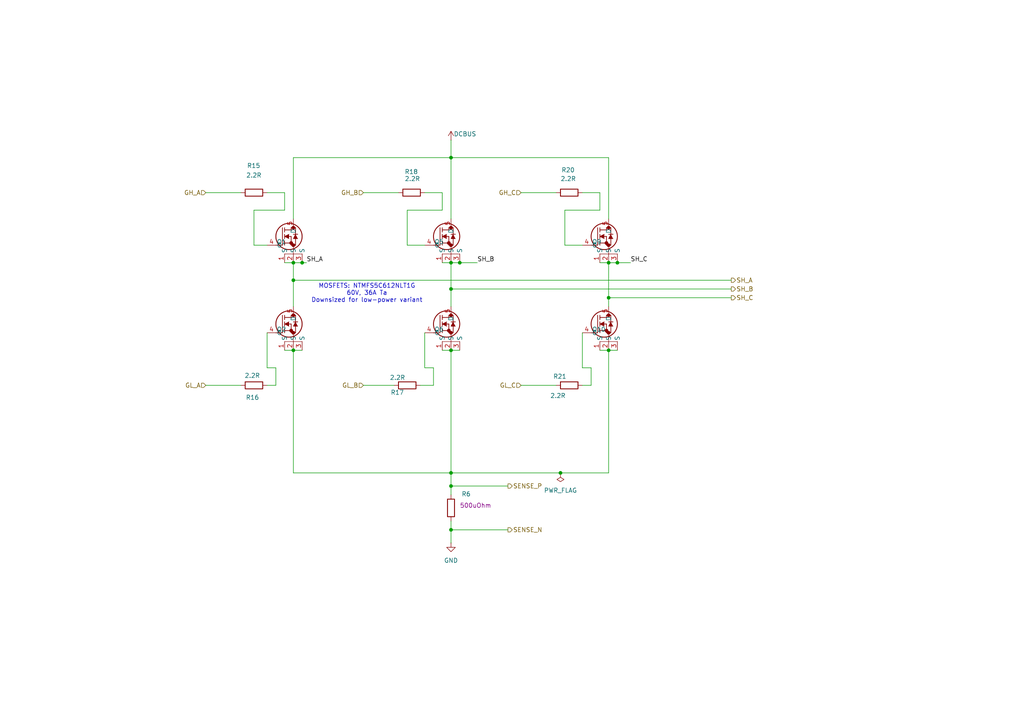
<source format=kicad_sch>
(kicad_sch (version 20231120) (generator "eeschema") (generator_version "8.0")
  (paper "A4")
  (lib_symbols
    (symbol "2024-07-02_05-47-45:NTMFS5C612NLT1G" (pin_names (offset 0.254))
      (property "Reference" "U" (at 11.43 4.445 0))
      (property "Value" "NTMFS5C612NLT1G" (at 11.43 0 0))
      (symbol "NTMFS5C612NLT1G_0_1"
        (polyline (pts (xy 2.54 0) (xy 4.445 0)) (stroke (width 0.2032)))
        (polyline (pts (xy 4.445 0) (xy 4.445 5.08)) (stroke (width 0.2032)))
        (polyline (pts (xy 5.08 -2.54) (xy 10.16 -2.54)) (stroke (width 0.127)))
        (polyline (pts (xy 5.08 0) (xy 5.08 1.27)) (stroke (width 0.2032)))
        (polyline (pts (xy 5.08 0.635) (xy 6.985 0.635)) (stroke (width 0.2032)))
        (polyline (pts (xy 5.08 1.905) (xy 5.08 3.175)) (stroke (width 0.2032)))
        (polyline (pts (xy 5.08 3.81) (xy 5.08 5.08)) (stroke (width 0.2032)))
        (polyline (pts (xy 5.08 4.445) (xy 6.985 4.445)) (stroke (width 0.2032)))
        (polyline (pts (xy 6.35 2.54) (xy 6.985 2.54)) (stroke (width 0.2032)))
        (polyline (pts (xy 6.985 0) (xy 6.985 2.54)) (stroke (width 0.2032)))
        (polyline (pts (xy 6.985 0) (xy 8.255 0)) (stroke (width 0.2032)))
        (polyline (pts (xy 6.985 4.445) (xy 6.985 5.08)) (stroke (width 0.2032)))
        (polyline (pts (xy 6.985 5.08) (xy 8.255 5.08)) (stroke (width 0.2032)))
        (polyline (pts (xy 7.62 -2.54) (xy 7.62 0)) (stroke (width 0.127)))
        (polyline (pts (xy 8.255 0) (xy 8.255 1.905)) (stroke (width 0.2032)))
        (polyline (pts (xy 8.255 3.175) (xy 8.255 5.08)) (stroke (width 0.2032)))
        (polyline (pts (xy 8.89 3.175) (xy 7.62 3.175)) (stroke (width 0.2032)))
        (polyline (pts (xy 6.35 3.175) (xy 5.08 2.54) (xy 6.35 1.905)) (fill (type outline)))
        (polyline (pts (xy 8.89 1.905) (xy 7.62 1.905) (xy 8.255 3.175)) (fill (type outline)))
        (circle (center 6.35 2.54) (radius 3.81) (stroke (width 0.254)))
        (circle (center 6.985 0.635) (radius 0.0254) (stroke (width 0.508)))
        (circle (center 7.62 0) (radius 0.0254) (stroke (width 0.508)))
        (circle (center 7.62 5.08) (radius 0.0254) (stroke (width 0.508)))
      )
      (symbol "NTMFS5C612NLT1G_1_1"
        (pin passive line (at 5.08 -5.08 90) (length 2.54) (name "S") (number "1"))
        (pin passive line (at 7.62 -5.08 90) (length 2.54) (name "S") (number "2"))
        (pin passive line (at 10.16 -5.08 90) (length 2.54) (name "S") (number "3"))
        (pin passive line (at 0 0 0) (length 2.54) (name "G") (number "4"))
        (pin passive line (at 7.62 7.62 270) (length 2.54) (name "D") (number "5"))
      )
    )
    (symbol "Device:R" (pin_numbers hide) (pin_names (offset 0))
      (property "Reference" "R" (at 2.032 0 90))
      (property "Value" "R" (at 0 0 90))
      (symbol "R_0_1"
        (rectangle (start -1.016 -2.54) (end 1.016 2.54) (stroke (width 0.254)))
      )
      (symbol "R_1_1"
        (pin passive line (at 0 3.81 270) (length 1.27) (name "~") (number "1"))
        (pin passive line (at 0 -3.81 90) (length 1.27) (name "~") (number "2"))
      )
    )
    (symbol "NTMFS5C612NLT1G_2" (pin_names (offset 0.254))
      (property "Reference" "U" (at 11.43 4.445 0))
      (property "Value" "NTMFS5C612NLT1G" (at 11.43 0 0))
      (symbol "NTMFS5C612NLT1G_2_0_1"
        (polyline (pts (xy 2.54 0) (xy 4.445 0)) (stroke (width 0.2032)))
        (polyline (pts (xy 4.445 0) (xy 4.445 5.08)) (stroke (width 0.2032)))
        (polyline (pts (xy 5.08 -2.54) (xy 10.16 -2.54)) (stroke (width 0.127)))
        (polyline (pts (xy 5.08 0) (xy 5.08 1.27)) (stroke (width 0.2032)))
        (polyline (pts (xy 5.08 0.635) (xy 6.985 0.635)) (stroke (width 0.2032)))
        (polyline (pts (xy 5.08 1.905) (xy 5.08 3.175)) (stroke (width 0.2032)))
        (polyline (pts (xy 5.08 3.81) (xy 5.08 5.08)) (stroke (width 0.2032)))
        (polyline (pts (xy 5.08 4.445) (xy 6.985 4.445)) (stroke (width 0.2032)))
        (polyline (pts (xy 6.35 2.54) (xy 6.985 2.54)) (stroke (width 0.2032)))
        (polyline (pts (xy 6.985 0) (xy 6.985 2.54)) (stroke (width 0.2032)))
        (polyline (pts (xy 6.985 0) (xy 8.255 0)) (stroke (width 0.2032)))
        (polyline (pts (xy 6.985 4.445) (xy 6.985 5.08)) (stroke (width 0.2032)))
        (polyline (pts (xy 6.985 5.08) (xy 8.255 5.08)) (stroke (width 0.2032)))
        (polyline (pts (xy 7.62 -2.54) (xy 7.62 0)) (stroke (width 0.127)))
        (polyline (pts (xy 8.255 0) (xy 8.255 1.905)) (stroke (width 0.2032)))
        (polyline (pts (xy 8.255 3.175) (xy 8.255 5.08)) (stroke (width 0.2032)))
        (polyline (pts (xy 8.89 3.175) (xy 7.62 3.175)) (stroke (width 0.2032)))
        (polyline (pts (xy 6.35 3.175) (xy 5.08 2.54) (xy 6.35 1.905)) (fill (type outline)))
        (polyline (pts (xy 8.89 1.905) (xy 7.62 1.905) (xy 8.255 3.175)) (fill (type outline)))
        (circle (center 6.35 2.54) (radius 3.81) (stroke (width 0.254)))
        (circle (center 6.985 0.635) (radius 0.0254) (stroke (width 0.508)))
        (circle (center 7.62 0) (radius 0.0254) (stroke (width 0.508)))
        (circle (center 7.62 5.08) (radius 0.0254) (stroke (width 0.508)))
      )
      (symbol "NTMFS5C612NLT1G_2_1_1"
        (pin passive line (at 5.08 -5.08 90) (length 2.54) (name "S") (number "1"))
        (pin passive line (at 7.62 -5.08 90) (length 2.54) (name "S") (number "2"))
        (pin passive line (at 10.16 -5.08 90) (length 2.54) (name "S") (number "3"))
        (pin passive line (at 0 0 0) (length 2.54) (name "G") (number "4"))
        (pin passive line (at 7.62 7.62 270) (length 2.54) (name "D") (number "5"))
      )
    )
    (symbol "NTMFS5C612NLT1G_3" (pin_names (offset 0.254))
      (property "Reference" "U" (at 11.43 4.445 0))
      (property "Value" "NTMFS5C612NLT1G" (at 11.43 0 0))
      (symbol "NTMFS5C612NLT1G_3_0_1"
        (polyline (pts (xy 2.54 0) (xy 4.445 0)) (stroke (width 0.2032)))
        (polyline (pts (xy 4.445 0) (xy 4.445 5.08)) (stroke (width 0.2032)))
        (polyline (pts (xy 5.08 -2.54) (xy 10.16 -2.54)) (stroke (width 0.127)))
        (polyline (pts (xy 5.08 0) (xy 5.08 1.27)) (stroke (width 0.2032)))
        (polyline (pts (xy 5.08 0.635) (xy 6.985 0.635)) (stroke (width 0.2032)))
        (polyline (pts (xy 5.08 1.905) (xy 5.08 3.175)) (stroke (width 0.2032)))
        (polyline (pts (xy 5.08 3.81) (xy 5.08 5.08)) (stroke (width 0.2032)))
        (polyline (pts (xy 5.08 4.445) (xy 6.985 4.445)) (stroke (width 0.2032)))
        (polyline (pts (xy 6.35 2.54) (xy 6.985 2.54)) (stroke (width 0.2032)))
        (polyline (pts (xy 6.985 0) (xy 6.985 2.54)) (stroke (width 0.2032)))
        (polyline (pts (xy 6.985 0) (xy 8.255 0)) (stroke (width 0.2032)))
        (polyline (pts (xy 6.985 4.445) (xy 6.985 5.08)) (stroke (width 0.2032)))
        (polyline (pts (xy 6.985 5.08) (xy 8.255 5.08)) (stroke (width 0.2032)))
        (polyline (pts (xy 7.62 -2.54) (xy 7.62 0)) (stroke (width 0.127)))
        (polyline (pts (xy 8.255 0) (xy 8.255 1.905)) (stroke (width 0.2032)))
        (polyline (pts (xy 8.255 3.175) (xy 8.255 5.08)) (stroke (width 0.2032)))
        (polyline (pts (xy 8.89 3.175) (xy 7.62 3.175)) (stroke (width 0.2032)))
        (polyline (pts (xy 6.35 3.175) (xy 5.08 2.54) (xy 6.35 1.905)) (fill (type outline)))
        (polyline (pts (xy 8.89 1.905) (xy 7.62 1.905) (xy 8.255 3.175)) (fill (type outline)))
        (circle (center 6.35 2.54) (radius 3.81) (stroke (width 0.254)))
        (circle (center 6.985 0.635) (radius 0.0254) (stroke (width 0.508)))
        (circle (center 7.62 0) (radius 0.0254) (stroke (width 0.508)))
        (circle (center 7.62 5.08) (radius 0.0254) (stroke (width 0.508)))
      )
      (symbol "NTMFS5C612NLT1G_3_1_1"
        (pin passive line (at 5.08 -5.08 90) (length 2.54) (name "S") (number "1"))
        (pin passive line (at 7.62 -5.08 90) (length 2.54) (name "S") (number "2"))
        (pin passive line (at 10.16 -5.08 90) (length 2.54) (name "S") (number "3"))
        (pin passive line (at 0 0 0) (length 2.54) (name "G") (number "4"))
        (pin passive line (at 7.62 7.62 270) (length 2.54) (name "D") (number "5"))
      )
    )
    (symbol "NTMFS5C612NLT1G_4" (pin_names (offset 0.254))
      (property "Reference" "U" (at 11.43 4.445 0))
      (property "Value" "NTMFS5C612NLT1G" (at 11.43 0 0))
      (symbol "NTMFS5C612NLT1G_4_0_1"
        (polyline (pts (xy 2.54 0) (xy 4.445 0)) (stroke (width 0.2032)))
        (polyline (pts (xy 4.445 0) (xy 4.445 5.08)) (stroke (width 0.2032)))
        (polyline (pts (xy 5.08 -2.54) (xy 10.16 -2.54)) (stroke (width 0.127)))
        (polyline (pts (xy 5.08 0) (xy 5.08 1.27)) (stroke (width 0.2032)))
        (polyline (pts (xy 5.08 0.635) (xy 6.985 0.635)) (stroke (width 0.2032)))
        (polyline (pts (xy 5.08 1.905) (xy 5.08 3.175)) (stroke (width 0.2032)))
        (polyline (pts (xy 5.08 3.81) (xy 5.08 5.08)) (stroke (width 0.2032)))
        (polyline (pts (xy 5.08 4.445) (xy 6.985 4.445)) (stroke (width 0.2032)))
        (polyline (pts (xy 6.35 2.54) (xy 6.985 2.54)) (stroke (width 0.2032)))
        (polyline (pts (xy 6.985 0) (xy 6.985 2.54)) (stroke (width 0.2032)))
        (polyline (pts (xy 6.985 0) (xy 8.255 0)) (stroke (width 0.2032)))
        (polyline (pts (xy 6.985 4.445) (xy 6.985 5.08)) (stroke (width 0.2032)))
        (polyline (pts (xy 6.985 5.08) (xy 8.255 5.08)) (stroke (width 0.2032)))
        (polyline (pts (xy 7.62 -2.54) (xy 7.62 0)) (stroke (width 0.127)))
        (polyline (pts (xy 8.255 0) (xy 8.255 1.905)) (stroke (width 0.2032)))
        (polyline (pts (xy 8.255 3.175) (xy 8.255 5.08)) (stroke (width 0.2032)))
        (polyline (pts (xy 8.89 3.175) (xy 7.62 3.175)) (stroke (width 0.2032)))
        (polyline (pts (xy 6.35 3.175) (xy 5.08 2.54) (xy 6.35 1.905)) (fill (type outline)))
        (polyline (pts (xy 8.89 1.905) (xy 7.62 1.905) (xy 8.255 3.175)) (fill (type outline)))
        (circle (center 6.35 2.54) (radius 3.81) (stroke (width 0.254)))
        (circle (center 6.985 0.635) (radius 0.0254) (stroke (width 0.508)))
        (circle (center 7.62 0) (radius 0.0254) (stroke (width 0.508)))
        (circle (center 7.62 5.08) (radius 0.0254) (stroke (width 0.508)))
      )
      (symbol "NTMFS5C612NLT1G_4_1_1"
        (pin passive line (at 5.08 -5.08 90) (length 2.54) (name "S") (number "1"))
        (pin passive line (at 7.62 -5.08 90) (length 2.54) (name "S") (number "2"))
        (pin passive line (at 10.16 -5.08 90) (length 2.54) (name "S") (number "3"))
        (pin passive line (at 0 0 0) (length 2.54) (name "G") (number "4"))
        (pin passive line (at 7.62 7.62 270) (length 2.54) (name "D") (number "5"))
      )
    )
    (symbol "power:GND" (power) (pin_numbers hide) (pin_names (offset 0) hide)
      (property "Value" "GND" (at 0 -3.81 0))
      (symbol "GND_0_1"
        (polyline (pts (xy 0 0) (xy 0 -1.27) (xy 1.27 -1.27) (xy 0 -2.54) (xy -1.27 -1.27) (xy 0 -1.27)))
      )
      (symbol "GND_1_1"
        (pin power_in line (at 0 0 270) (length 0) (name "~") (number "1"))
      )
    )
    (symbol "power:PWR_FLAG" (power) (pin_numbers hide) (pin_names (offset 0) hide)
      (property "Value" "PWR_FLAG" (at 0 3.81 0))
      (symbol "PWR_FLAG_0_0"
        (pin power_out line (at 0 0 90) (length 0) (name "~") (number "1"))
      )
      (symbol "PWR_FLAG_0_1"
        (polyline (pts (xy 0 0) (xy 0 1.27) (xy -1.016 1.905) (xy 0 2.54) (xy 1.016 1.905) (xy 0 1.27)))
      )
    )
    (symbol "power:VCCQ" (power) (pin_numbers hide) (pin_names (offset 0) hide)
      (property "Value" "VCCQ" (at 0 3.556 0))
      (symbol "VCCQ_0_1"
        (polyline (pts (xy -0.762 1.27) (xy 0 2.54)))
        (polyline (pts (xy 0 0) (xy 0 2.54)))
        (polyline (pts (xy 0 2.54) (xy 0.762 1.27)))
      )
      (symbol "VCCQ_1_1"
        (pin power_in line (at 0 0 90) (length 0) (name "~") (number "1"))
      )
    )
  )
  (junction (at 130.81 76.2))
  (junction (at 176.53 101.6))
  (junction (at 130.81 83.82))
  (junction (at 130.81 101.6))
  (junction (at 176.53 76.2))
  (junction (at 85.09 81.28))
  (junction (at 85.09 76.2))
  (junction (at 179.07 76.2))
  (junction (at 130.81 45.72))
  (junction (at 130.81 153.67))
  (junction (at 130.81 137.16))
  (junction (at 130.81 140.97))
  (junction (at 176.53 86.36))
  (junction (at 162.56 137.16))
  (junction (at 133.35 76.2))
  (junction (at 85.09 101.6))
  (junction (at 87.63 76.2))
  (wire (pts (xy 176.53 101.6) (xy 176.53 137.16)))
  (wire (pts (xy 130.81 101.6) (xy 130.81 137.16)))
  (wire (pts (xy 130.81 137.16) (xy 130.81 140.97)))
  (wire (pts (xy 125.73 111.76) (xy 125.73 106.68)))
  (wire (pts (xy 130.81 45.72) (xy 176.53 45.72)))
  (wire (pts (xy 128.27 60.96) (xy 118.11 60.96)))
  (wire (pts (xy 179.07 101.6) (xy 176.53 101.6)))
  (wire (pts (xy 130.81 140.97) (xy 147.32 140.97)))
  (wire (pts (xy 168.91 111.76) (xy 171.45 111.76)))
  (wire (pts (xy 88.9 76.2) (xy 87.63 76.2)))
  (wire (pts (xy 128.27 55.88) (xy 128.27 60.96)))
  (wire (pts (xy 130.81 151.13) (xy 130.81 153.67)))
  (wire (pts (xy 130.81 76.2) (xy 128.27 76.2)))
  (wire (pts (xy 77.47 111.76) (xy 80.01 111.76)))
  (wire (pts (xy 77.47 106.68) (xy 80.01 106.68)))
  (wire (pts (xy 77.47 96.52) (xy 77.47 106.68)))
  (wire (pts (xy 130.81 83.82) (xy 130.81 88.9)))
  (wire (pts (xy 173.99 55.88) (xy 173.99 60.96)))
  (wire (pts (xy 82.55 101.6) (xy 85.09 101.6)))
  (wire (pts (xy 151.13 55.88) (xy 161.29 55.88)))
  (wire (pts (xy 163.83 60.96) (xy 163.83 71.12)))
  (wire (pts (xy 85.09 76.2) (xy 85.09 81.28)))
  (wire (pts (xy 105.41 111.76) (xy 114.3 111.76)))
  (wire (pts (xy 118.11 60.96) (xy 118.11 71.12)))
  (wire (pts (xy 87.63 101.6) (xy 85.09 101.6)))
  (wire (pts (xy 82.55 60.96) (xy 73.66 60.96)))
  (wire (pts (xy 176.53 86.36) (xy 212.09 86.36)))
  (wire (pts (xy 130.81 83.82) (xy 212.09 83.82)))
  (wire (pts (xy 176.53 45.72) (xy 176.53 63.5)))
  (wire (pts (xy 82.55 55.88) (xy 82.55 60.96)))
  (wire (pts (xy 85.09 81.28) (xy 212.09 81.28)))
  (wire (pts (xy 123.19 106.68) (xy 125.73 106.68)))
  (wire (pts (xy 138.43 76.2) (xy 133.35 76.2)))
  (wire (pts (xy 130.81 45.72) (xy 130.81 40.64)))
  (wire (pts (xy 130.81 140.97) (xy 130.81 143.51)))
  (wire (pts (xy 130.81 76.2) (xy 130.81 83.82)))
  (wire (pts (xy 85.09 76.2) (xy 82.55 76.2)))
  (wire (pts (xy 171.45 111.76) (xy 171.45 106.68)))
  (wire (pts (xy 123.19 55.88) (xy 128.27 55.88)))
  (wire (pts (xy 85.09 137.16) (xy 130.81 137.16)))
  (wire (pts (xy 176.53 101.6) (xy 173.99 101.6)))
  (wire (pts (xy 121.92 111.76) (xy 125.73 111.76)))
  (wire (pts (xy 130.81 153.67) (xy 130.81 157.48)))
  (wire (pts (xy 130.81 137.16) (xy 162.56 137.16)))
  (wire (pts (xy 168.91 55.88) (xy 173.99 55.88)))
  (wire (pts (xy 80.01 106.68) (xy 80.01 111.76)))
  (wire (pts (xy 59.69 55.88) (xy 69.85 55.88)))
  (wire (pts (xy 73.66 60.96) (xy 73.66 71.12)))
  (wire (pts (xy 77.47 55.88) (xy 82.55 55.88)))
  (wire (pts (xy 73.66 71.12) (xy 77.47 71.12)))
  (wire (pts (xy 133.35 76.2) (xy 130.81 76.2)))
  (wire (pts (xy 173.99 60.96) (xy 163.83 60.96)))
  (wire (pts (xy 85.09 81.28) (xy 85.09 88.9)))
  (wire (pts (xy 176.53 76.2) (xy 173.99 76.2)))
  (wire (pts (xy 168.91 96.52) (xy 168.91 106.68)))
  (wire (pts (xy 85.09 63.5) (xy 85.09 45.72)))
  (wire (pts (xy 130.81 153.67) (xy 147.32 153.67)))
  (wire (pts (xy 168.91 106.68) (xy 171.45 106.68)))
  (wire (pts (xy 85.09 101.6) (xy 85.09 137.16)))
  (wire (pts (xy 162.56 137.16) (xy 176.53 137.16)))
  (wire (pts (xy 85.09 45.72) (xy 130.81 45.72)))
  (wire (pts (xy 182.88 76.2) (xy 179.07 76.2)))
  (wire (pts (xy 151.13 111.76) (xy 161.29 111.76)))
  (wire (pts (xy 163.83 71.12) (xy 168.91 71.12)))
  (wire (pts (xy 59.69 111.76) (xy 69.85 111.76)))
  (wire (pts (xy 118.11 71.12) (xy 123.19 71.12)))
  (wire (pts (xy 176.53 76.2) (xy 176.53 86.36)))
  (wire (pts (xy 123.19 96.52) (xy 123.19 106.68)))
  (wire (pts (xy 133.35 101.6) (xy 130.81 101.6)))
  (wire (pts (xy 130.81 101.6) (xy 128.27 101.6)))
  (wire (pts (xy 105.41 55.88) (xy 115.57 55.88)))
  (wire (pts (xy 179.07 76.2) (xy 176.53 76.2)))
  (wire (pts (xy 176.53 86.36) (xy 176.53 88.9)))
  (wire (pts (xy 130.81 45.72) (xy 130.81 63.5)))
  (wire (pts (xy 87.63 76.2) (xy 85.09 76.2)))
  (text "MOSFETS: NTMFS5C612NLT1G\n60V, 36A Ta\nDownsized for low-power variant" (at 106.426 87.884 0) (effects (font (size 1.27 1.27)) (justify bottom)))
  (label "SH_B" (at 138.43 76.2 0))
  (label "SH_C" (at 182.88 76.2 0))
  (label "SH_A" (at 88.9 76.2 0))
  (hierarchical_label "GL_C" (shape input) (at 151.13 111.76 180))
  (hierarchical_label "GL_B" (shape input) (at 105.41 111.76 180))
  (hierarchical_label "GH_B" (shape input) (at 105.41 55.88 180))
  (hierarchical_label "GL_A" (shape input) (at 59.69 111.76 180))
  (hierarchical_label "SH_A" (shape output) (at 212.09 81.28 0))
  (hierarchical_label "GH_C" (shape input) (at 151.13 55.88 180))
  (hierarchical_label "SH_B" (shape output) (at 212.09 83.82 0))
  (hierarchical_label "SH_C" (shape output) (at 212.09 86.36 0))
  (hierarchical_label "GH_A" (shape input) (at 59.69 55.88 180))
  (hierarchical_label "SENSE_N" (shape output) (at 147.32 153.67 0))
  (hierarchical_label "SENSE_P" (shape output) (at 147.32 140.97 0))
  (symbol (lib_name "NTMFS5C612NLT1G_3") (lib_id "2024-07-02_05-47-45:NTMFS5C612NLT1G") (at 77.47 71.12 0) (unit 1)
    (property "Reference" "Q1" (at 80.264 70.866 0) (effects (justify left bottom)))
    (property "Footprint" "Package_SO:ONSemi_SO-8FL_488AA" (effects (hide yes)))
    (property "Datasheet" "NTMFS5C612NLT1G" (effects (hide yes)))
    (property "Description" "MOSFET N-CH 30V 13A SO8FL" (effects (hide yes)))
    (property "SUPPLIER 1" "Digi-Key" (effects (hide yes)))
    (property "SUPPLIER PART NUMBER 1" "NTMFS4935NT1GOSCT-ND" (effects (hide yes)))
    (property "MANUFACTURER" "ON Semiconductor" (effects (hide yes)))
    (property "ROHS" "RoHS Compliant" (effects (hide yes)))
    (property "CATEGORY" "Discrete Semiconductor Products" (effects (hide yes)))
    (property "STOCK 1" "932" (effects (hide yes)))
    (property "PRICING 1" "1=0.61, 10=0.541, 100=0.4145, 500=0.3277 (USD)" (effects (hide yes)))
    (property "PACKAGING" "Cut Tape (CT)" (effects (hide yes)))
    (property "PART STATUS" "Active" (effects (hide yes)))
    (property "FET TYPE" "N-Channel" (effects (hide yes)))
    (property "TECHNOLOGY" "MOSFET (Metal Oxide)" (effects (hide yes)))
    (property "DRAIN TO SOURCE VOLTAGE (VDSS)" "30V" (effects (hide yes)))
    (property "CURRENT - CONTINUOUS DRAIN (ID) @ 25°C" "13A (Ta), 93A (Tc)" (effects (hide yes)))
    (property "DRIVE VOLTAGE (MAX RDS ON,  MIN RDS ON)" "4.5V, 10V" (effects (hide yes)))
    (property "VGS(TH) (MAX) @ ID" "2.2V @ 250µA" (effects (hide yes)))
    (property "GATE CHARGE (QG) (MAX) @ VGS" "49.4nC @ 10V" (effects (hide yes)))
    (property "INPUT CAPACITANCE (CISS) (MAX) @ VDS" "4850pF @ 15V" (effects (hide yes)))
    (property "VGS (MAX)" "±20V" (effects (hide yes)))
    (property "FET FEATURE" "-" (effects (hide yes)))
    (property "POWER DISSIPATION (MAX)" "930mW (Ta), 48W (Tc)" (effects (hide yes)))
    (property "RDS ON (MAX) @ ID, VGS" "3.2 mOhm @ 30A, 10V" (effects (hide yes)))
    (property "OPERATING TEMPERATURE" "-55°C ~ 150°C (TJ)" (effects (hide yes)))
    (property "MOUNTING TYPE" "Surface Mount" (effects (hide yes)))
    (property "SUPPLIER DEVICE PACKAGE" "5-DFN (5x6) (8-SOFL)" (effects (hide yes)))
    (property "PACKAGE / CASE" "8-PowerTDFN, 5 Leads" (effects (hide yes)))
    (property "COMPONENTLINK1URL" "http://www.onsemi.com/pub_link/Collateral/NTMFS4935N-D.PDF" (effects (hide yes)))
    (property "COMPONENTLINK1DESCRIPTION" "http://www.onsemi.com/pub_link/Collateral/NTMFS4935N-D.PDF" (effects (hide yes)))
    (property "MANUFACTURER PART NUMBER" "NTMFS4935NT1G" (effects (hide yes)))
    (property "LCSC Part #" "C348543" (effects (hide yes)))
  )
  (symbol (lib_id "Device:R") (at 165.1 111.76 90) (unit 1)
    (property "Reference" "R21" (at 164.338 108.458 90) (effects (justify left bottom)))
    (property "Value" "2.2R" (at 164.084 114.046 90) (effects (justify left bottom)))
    (property "Footprint" "Resistor_SMD:R_0603_1608Metric" (effects (hide yes)))
    (property "Description" "RES SMD 2.2 OHM 1% 1/10W 0603" (effects (hide yes)))
    (property "SUPPLIER 1" "Digi-Key" (effects (hide yes)))
    (property "SUPPLIER PART NUMBER 1" "311-2.2HRCT-ND" (effects (hide yes)))
    (property "MANUFACTURER" "Yageo" (effects (hide yes)))
    (property "MANUFACTURER PART NUMBER" "RC0603FR-072R2L" (effects (hide yes)))
    (property "ROHS" "RoHS Compliant" (effects (hide yes)))
    (property "CATEGORY" "Resistors" (effects (hide yes)))
    (property "STOCK 1" "16531" (effects (hide yes)))
    (property "PRICING 1" "1=0.1, 10=0.02, 25=0.0144, 100=0.0082, 250=0.00624, 500=0.00498, 1000=0.00367, 2500=0.00319 (USD)" (effects (hide yes)))
    (property "PACKAGING" "Cut Tape (CT)" (effects (hide yes)))
    (property "RESISTANCE (OHMS)" "2.2" (effects (hide yes)))
    (property "TOLERANCE" "±1%" (effects (hide yes)))
    (property "POWER (WATTS)" "0.1W, 1/10W" (effects (hide yes)))
    (property "COMPOSITION" "Thick Film" (effects (hide yes)))
    (property "FEATURES" "Moisture Resistant" (effects (hide yes)))
    (property "TEMPERATURE COEFFICIENT" "±200ppm/°C" (effects (hide yes)))
    (property "OPERATING TEMPERATURE" "-55°C ~ 155°C" (effects (hide yes)))
    (property "PACKAGE / CASE" "0603 (1608 Metric)" (effects (hide yes)))
    (property "SUPPLIER DEVICE PACKAGE" "0603" (effects (hide yes)))
    (property "SIZE / DIMENSION" "0.063\" L x 0.031\" W (1.60mm x 0.80mm)" (effects (hide yes)))
    (property "HEIGHT" "0.022\" (0.55mm)" (effects (hide yes)))
    (property "NUMBER OF TERMINATIONS" "2" (effects (hide yes)))
    (property "COMPONENTLINK1URL" "http://www.yageo.com/documents/recent/PYu-RC_Group_51_RoHS_L_04.pdf" (effects (hide yes)))
    (property "COMPONENTLINK1DESCRIPTION" "http://www.yageo.com/documents/recent/PYu-RC_Group_51_RoHS_L_04.pdf" (effects (hide yes)))
    (property "LCSC Part #" "C112307" (effects (hide yes)))
  )
  (symbol (lib_id "Device:R") (at 130.81 147.32 0) (unit 1)
    (property "Reference" "R6" (at 133.858 144.018 0) (effects (justify left bottom)))
    (property "Value" "500uOhm" (effects (hide yes)))
    (property "Footprint" "Resistor_SMD:R_2512_6332Metric" (effects (hide yes)))
    (property "Description" "RES SMD 0.0005 OHM 1% 3W 2512" (effects (hide yes)))
    (property "ALTIUM_VALUE" "500uOhm" (at 133.35 147.32 0) (effects (justify left bottom)))
    (property "SUPPLIER 1" "Digi-Key" (effects (hide yes)))
    (property "SUPPLIER PART NUMBER 1" "696-1183-2-ND" (effects (hide yes)))
    (property "MANUFACTURER" "Riedon" (effects (hide yes)))
    (property "ROHS" "RoHS Compliant" (effects (hide yes)))
    (property "CATEGORY" "Resistors" (effects (hide yes)))
    (property "STOCK" "2000" (effects (hide yes)))
    (property "PRICING 1" "2000=0.19817, 6000=0.1937, 10000=0.187, 50000=0.18148 (USD)" (effects (hide yes)))
    (property "PACKAGING" "Tape & Reel (TR)" (effects (hide yes)))
    (property "PART STATUS" "Active" (effects (hide yes)))
    (property "TOLERANCE" "±1%" (effects (hide yes)))
    (property "POWER (WATTS)" "3W" (effects (hide yes)))
    (property "COMPOSITION" "Metal Element" (effects (hide yes)))
    (property "FEATURES" "Current Sense" (effects (hide yes)))
    (property "TEMPERATURE COEFFICIENT" "±100ppm/°C" (effects (hide yes)))
    (property "OPERATING TEMPERATURE" "-55°C ~ 170°C" (effects (hide yes)))
    (property "PACKAGE / CASE" "2512 (6432 Metric)" (effects (hide yes)))
    (property "SUPPLIER DEVICE PACKAGE" "2512" (effects (hide yes)))
    (property "SIZE / DIMENSION" "0.250\" L x 0.118\" W (6.35mm x 3.00mm)" (effects (hide yes)))
    (property "HEIGHT - SEATED (MAX)" "0.057\" (1.45mm)" (effects (hide yes)))
    (property "FAILURE RATE" "-" (effects (hide yes)))
    (property "COMPONENTLINK1URL" "http://riedon.com/media/pdf/CSR.pdf" (effects (hide yes)))
    (property "COMPONENTLINK1DESCRIPTION" "http://riedon.com/media/pdf/CSR.pdf" (effects (hide yes)))
    (property "SUPPLIER 2" "Digi-Key" (effects (hide yes)))
    (property "SUPPLIER PART NUMBER 2" "696-1183-1-ND" (effects (hide yes)))
    (property "PRICING 2" "1=0.69, 10=0.574, 25=0.4916, 50=0.4426, 100=0.3852, 250=0.3442, 500=0.27864, 1000=0.22536 (USD)" (effects (hide yes)))
    (property "MANUFACTURER PART NUMBER" "CSR2512C0R0005F" (effects (hide yes)))
    (property "LCSC Part #" "C500733 " (effects (hide yes)))
  )
  (symbol (lib_id "Device:R") (at 165.1 55.88 270) (unit 1)
    (property "Reference" "R20" (at 162.814 50.038 90) (effects (justify left bottom)))
    (property "Value" "2.2R" (at 162.56 52.578 90) (effects (justify left bottom)))
    (property "Footprint" "Resistor_SMD:R_0603_1608Metric" (effects (hide yes)))
    (property "Description" "RES SMD 2.2 OHM 1% 1/10W 0603" (effects (hide yes)))
    (property "SUPPLIER 1" "Digi-Key" (effects (hide yes)))
    (property "SUPPLIER PART NUMBER 1" "311-2.2HRCT-ND" (effects (hide yes)))
    (property "MANUFACTURER" "Yageo" (effects (hide yes)))
    (property "MANUFACTURER PART NUMBER" "RC0603FR-072R2L" (effects (hide yes)))
    (property "ROHS" "RoHS Compliant" (effects (hide yes)))
    (property "CATEGORY" "Resistors" (effects (hide yes)))
    (property "STOCK 1" "16531" (effects (hide yes)))
    (property "PRICING 1" "1=0.1, 10=0.02, 25=0.0144, 100=0.0082, 250=0.00624, 500=0.00498, 1000=0.00367, 2500=0.00319 (USD)" (effects (hide yes)))
    (property "PACKAGING" "Cut Tape (CT)" (effects (hide yes)))
    (property "RESISTANCE (OHMS)" "2.2" (effects (hide yes)))
    (property "TOLERANCE" "±1%" (effects (hide yes)))
    (property "POWER (WATTS)" "0.1W, 1/10W" (effects (hide yes)))
    (property "COMPOSITION" "Thick Film" (effects (hide yes)))
    (property "FEATURES" "Moisture Resistant" (effects (hide yes)))
    (property "TEMPERATURE COEFFICIENT" "±200ppm/°C" (effects (hide yes)))
    (property "OPERATING TEMPERATURE" "-55°C ~ 155°C" (effects (hide yes)))
    (property "PACKAGE / CASE" "0603 (1608 Metric)" (effects (hide yes)))
    (property "SUPPLIER DEVICE PACKAGE" "0603" (effects (hide yes)))
    (property "SIZE / DIMENSION" "0.063\" L x 0.031\" W (1.60mm x 0.80mm)" (effects (hide yes)))
    (property "HEIGHT" "0.022\" (0.55mm)" (effects (hide yes)))
    (property "NUMBER OF TERMINATIONS" "2" (effects (hide yes)))
    (property "COMPONENTLINK1URL" "http://www.yageo.com/documents/recent/PYu-RC_Group_51_RoHS_L_04.pdf" (effects (hide yes)))
    (property "COMPONENTLINK1DESCRIPTION" "http://www.yageo.com/documents/recent/PYu-RC_Group_51_RoHS_L_04.pdf" (effects (hide yes)))
    (property "LCSC Part #" "C112307" (effects (hide yes)))
  )
  (symbol (lib_id "Device:R") (at 73.66 55.88 270) (unit 1)
    (property "Reference" "R15" (at 71.628 48.768 90) (effects (justify left bottom)))
    (property "Value" "2.2R" (at 71.374 51.562 90) (effects (justify left bottom)))
    (property "Footprint" "Resistor_SMD:R_0603_1608Metric" (effects (hide yes)))
    (property "Description" "RES SMD 2.2 OHM 1% 1/10W 0603" (effects (hide yes)))
    (property "SUPPLIER 1" "Digi-Key" (effects (hide yes)))
    (property "SUPPLIER PART NUMBER 1" "311-2.2HRCT-ND" (effects (hide yes)))
    (property "MANUFACTURER" "Yageo" (effects (hide yes)))
    (property "MANUFACTURER PART NUMBER" "RC0603FR-072R2L" (effects (hide yes)))
    (property "ROHS" "RoHS Compliant" (effects (hide yes)))
    (property "CATEGORY" "Resistors" (effects (hide yes)))
    (property "STOCK 1" "16531" (effects (hide yes)))
    (property "PRICING 1" "1=0.1, 10=0.02, 25=0.0144, 100=0.0082, 250=0.00624, 500=0.00498, 1000=0.00367, 2500=0.00319 (USD)" (effects (hide yes)))
    (property "PACKAGING" "Cut Tape (CT)" (effects (hide yes)))
    (property "RESISTANCE (OHMS)" "2.2" (effects (hide yes)))
    (property "TOLERANCE" "±1%" (effects (hide yes)))
    (property "POWER (WATTS)" "0.1W, 1/10W" (effects (hide yes)))
    (property "COMPOSITION" "Thick Film" (effects (hide yes)))
    (property "FEATURES" "Moisture Resistant" (effects (hide yes)))
    (property "TEMPERATURE COEFFICIENT" "±200ppm/°C" (effects (hide yes)))
    (property "OPERATING TEMPERATURE" "-55°C ~ 155°C" (effects (hide yes)))
    (property "PACKAGE / CASE" "0603 (1608 Metric)" (effects (hide yes)))
    (property "SUPPLIER DEVICE PACKAGE" "0603" (effects (hide yes)))
    (property "SIZE / DIMENSION" "0.063\" L x 0.031\" W (1.60mm x 0.80mm)" (effects (hide yes)))
    (property "HEIGHT" "0.022\" (0.55mm)" (effects (hide yes)))
    (property "NUMBER OF TERMINATIONS" "2" (effects (hide yes)))
    (property "COMPONENTLINK1URL" "http://www.yageo.com/documents/recent/PYu-RC_Group_51_RoHS_L_04.pdf" (effects (hide yes)))
    (property "COMPONENTLINK1DESCRIPTION" "http://www.yageo.com/documents/recent/PYu-RC_Group_51_RoHS_L_04.pdf" (effects (hide yes)))
    (property "LCSC Part #" "C112307" (effects (hide yes)))
  )
  (symbol (lib_id "Device:R") (at 119.38 55.88 270) (unit 1)
    (property "Reference" "R18" (at 117.348 50.546 90) (effects (justify left bottom)))
    (property "Value" "2.2R" (at 117.348 52.578 90) (effects (justify left bottom)))
    (property "Footprint" "Resistor_SMD:R_0603_1608Metric" (effects (hide yes)))
    (property "Description" "RES SMD 2.2 OHM 1% 1/10W 0603" (effects (hide yes)))
    (property "SUPPLIER 1" "Digi-Key" (effects (hide yes)))
    (property "SUPPLIER PART NUMBER 1" "311-2.2HRCT-ND" (effects (hide yes)))
    (property "MANUFACTURER" "Yageo" (effects (hide yes)))
    (property "MANUFACTURER PART NUMBER" "RC0603FR-072R2L" (effects (hide yes)))
    (property "ROHS" "RoHS Compliant" (effects (hide yes)))
    (property "CATEGORY" "Resistors" (effects (hide yes)))
    (property "STOCK 1" "16531" (effects (hide yes)))
    (property "PRICING 1" "1=0.1, 10=0.02, 25=0.0144, 100=0.0082, 250=0.00624, 500=0.00498, 1000=0.00367, 2500=0.00319 (USD)" (effects (hide yes)))
    (property "PACKAGING" "Cut Tape (CT)" (effects (hide yes)))
    (property "RESISTANCE (OHMS)" "2.2" (effects (hide yes)))
    (property "TOLERANCE" "±1%" (effects (hide yes)))
    (property "POWER (WATTS)" "0.1W, 1/10W" (effects (hide yes)))
    (property "COMPOSITION" "Thick Film" (effects (hide yes)))
    (property "FEATURES" "Moisture Resistant" (effects (hide yes)))
    (property "TEMPERATURE COEFFICIENT" "±200ppm/°C" (effects (hide yes)))
    (property "OPERATING TEMPERATURE" "-55°C ~ 155°C" (effects (hide yes)))
    (property "PACKAGE / CASE" "0603 (1608 Metric)" (effects (hide yes)))
    (property "SUPPLIER DEVICE PACKAGE" "0603" (effects (hide yes)))
    (property "SIZE / DIMENSION" "0.063\" L x 0.031\" W (1.60mm x 0.80mm)" (effects (hide yes)))
    (property "HEIGHT" "0.022\" (0.55mm)" (effects (hide yes)))
    (property "NUMBER OF TERMINATIONS" "2" (effects (hide yes)))
    (property "COMPONENTLINK1URL" "http://www.yageo.com/documents/recent/PYu-RC_Group_51_RoHS_L_04.pdf" (effects (hide yes)))
    (property "COMPONENTLINK1DESCRIPTION" "http://www.yageo.com/documents/recent/PYu-RC_Group_51_RoHS_L_04.pdf" (effects (hide yes)))
    (property "LCSC Part #" "C112307" (effects (hide yes)))
  )
  (symbol (lib_name "NTMFS5C612NLT1G_2") (lib_id "2024-07-02_05-47-45:NTMFS5C612NLT1G") (at 123.19 71.12 0) (unit 1)
    (property "Reference" "Q5" (at 125.984 70.866 0) (effects (justify left bottom)))
    (property "Footprint" "Package_SO:ONSemi_SO-8FL_488AA" (effects (hide yes)))
    (property "Datasheet" "NTMFS5C612NLT1G" (effects (hide yes)))
    (property "Description" "MOSFET N-CH 30V 13A SO8FL" (effects (hide yes)))
    (property "SUPPLIER 1" "Digi-Key" (effects (hide yes)))
    (property "SUPPLIER PART NUMBER 1" "NTMFS4935NT1GOSCT-ND" (effects (hide yes)))
    (property "MANUFACTURER" "ON Semiconductor" (effects (hide yes)))
    (property "ROHS" "RoHS Compliant" (effects (hide yes)))
    (property "CATEGORY" "Discrete Semiconductor Products" (effects (hide yes)))
    (property "STOCK 1" "932" (effects (hide yes)))
    (property "PRICING 1" "1=0.61, 10=0.541, 100=0.4145, 500=0.3277 (USD)" (effects (hide yes)))
    (property "PACKAGING" "Cut Tape (CT)" (effects (hide yes)))
    (property "PART STATUS" "Active" (effects (hide yes)))
    (property "FET TYPE" "N-Channel" (effects (hide yes)))
    (property "TECHNOLOGY" "MOSFET (Metal Oxide)" (effects (hide yes)))
    (property "DRAIN TO SOURCE VOLTAGE (VDSS)" "30V" (effects (hide yes)))
    (property "CURRENT - CONTINUOUS DRAIN (ID) @ 25°C" "13A (Ta), 93A (Tc)" (effects (hide yes)))
    (property "DRIVE VOLTAGE (MAX RDS ON,  MIN RDS ON)" "4.5V, 10V" (effects (hide yes)))
    (property "VGS(TH) (MAX) @ ID" "2.2V @ 250µA" (effects (hide yes)))
    (property "GATE CHARGE (QG) (MAX) @ VGS" "49.4nC @ 10V" (effects (hide yes)))
    (property "INPUT CAPACITANCE (CISS) (MAX) @ VDS" "4850pF @ 15V" (effects (hide yes)))
    (property "VGS (MAX)" "±20V" (effects (hide yes)))
    (property "FET FEATURE" "-" (effects (hide yes)))
    (property "POWER DISSIPATION (MAX)" "930mW (Ta), 48W (Tc)" (effects (hide yes)))
    (property "RDS ON (MAX) @ ID, VGS" "3.2 mOhm @ 30A, 10V" (effects (hide yes)))
    (property "OPERATING TEMPERATURE" "-55°C ~ 150°C (TJ)" (effects (hide yes)))
    (property "MOUNTING TYPE" "Surface Mount" (effects (hide yes)))
    (property "SUPPLIER DEVICE PACKAGE" "5-DFN (5x6) (8-SOFL)" (effects (hide yes)))
    (property "PACKAGE / CASE" "8-PowerTDFN, 5 Leads" (effects (hide yes)))
    (property "COMPONENTLINK1URL" "http://www.onsemi.com/pub_link/Collateral/NTMFS4935N-D.PDF" (effects (hide yes)))
    (property "COMPONENTLINK1DESCRIPTION" "http://www.onsemi.com/pub_link/Collateral/NTMFS4935N-D.PDF" (effects (hide yes)))
    (property "MANUFACTURER PART NUMBER" "NTMFS4935NT1G" (effects (hide yes)))
  )
  (symbol (lib_id "Device:R") (at 73.66 111.76 90) (unit 1)
    (property "Reference" "R16" (at 75.184 114.554 90) (effects (justify left bottom)))
    (property "Value" "2.2R" (at 75.438 108.204 90) (effects (justify left bottom)))
    (property "Footprint" "Resistor_SMD:R_0603_1608Metric" (effects (hide yes)))
    (property "Description" "RES SMD 2.2 OHM 1% 1/10W 0603" (effects (hide yes)))
    (property "SUPPLIER 1" "Digi-Key" (effects (hide yes)))
    (property "SUPPLIER PART NUMBER 1" "311-2.2HRCT-ND" (effects (hide yes)))
    (property "MANUFACTURER" "Yageo" (effects (hide yes)))
    (property "MANUFACTURER PART NUMBER" "RC0603FR-072R2L" (effects (hide yes)))
    (property "ROHS" "RoHS Compliant" (effects (hide yes)))
    (property "CATEGORY" "Resistors" (effects (hide yes)))
    (property "STOCK 1" "16531" (effects (hide yes)))
    (property "PRICING 1" "1=0.1, 10=0.02, 25=0.0144, 100=0.0082, 250=0.00624, 500=0.00498, 1000=0.00367, 2500=0.00319 (USD)" (effects (hide yes)))
    (property "PACKAGING" "Cut Tape (CT)" (effects (hide yes)))
    (property "RESISTANCE (OHMS)" "2.2" (effects (hide yes)))
    (property "TOLERANCE" "±1%" (effects (hide yes)))
    (property "POWER (WATTS)" "0.1W, 1/10W" (effects (hide yes)))
    (property "COMPOSITION" "Thick Film" (effects (hide yes)))
    (property "FEATURES" "Moisture Resistant" (effects (hide yes)))
    (property "TEMPERATURE COEFFICIENT" "±200ppm/°C" (effects (hide yes)))
    (property "OPERATING TEMPERATURE" "-55°C ~ 155°C" (effects (hide yes)))
    (property "PACKAGE / CASE" "0603 (1608 Metric)" (effects (hide yes)))
    (property "SUPPLIER DEVICE PACKAGE" "0603" (effects (hide yes)))
    (property "SIZE / DIMENSION" "0.063\" L x 0.031\" W (1.60mm x 0.80mm)" (effects (hide yes)))
    (property "HEIGHT" "0.022\" (0.55mm)" (effects (hide yes)))
    (property "NUMBER OF TERMINATIONS" "2" (effects (hide yes)))
    (property "COMPONENTLINK1URL" "http://www.yageo.com/documents/recent/PYu-RC_Group_51_RoHS_L_04.pdf" (effects (hide yes)))
    (property "COMPONENTLINK1DESCRIPTION" "http://www.yageo.com/documents/recent/PYu-RC_Group_51_RoHS_L_04.pdf" (effects (hide yes)))
    (property "LCSC Part #" "C112307" (effects (hide yes)))
  )
  (symbol (lib_id "Device:R") (at 118.11 111.76 270) (unit 1)
    (property "Reference" "R17" (at 113.284 114.554 90) (effects (justify left bottom)))
    (property "Value" "2.2R" (at 113.03 110.236 90) (effects (justify left bottom)))
    (property "Footprint" "Resistor_SMD:R_0603_1608Metric" (effects (hide yes)))
    (property "Description" "RES SMD 2.2 OHM 1% 1/10W 0603" (effects (hide yes)))
    (property "SUPPLIER 1" "Digi-Key" (effects (hide yes)))
    (property "SUPPLIER PART NUMBER 1" "311-2.2HRCT-ND" (effects (hide yes)))
    (property "MANUFACTURER" "Yageo" (effects (hide yes)))
    (property "MANUFACTURER PART NUMBER" "RC0603FR-072R2L" (effects (hide yes)))
    (property "ROHS" "RoHS Compliant" (effects (hide yes)))
    (property "CATEGORY" "Resistors" (effects (hide yes)))
    (property "STOCK 1" "16531" (effects (hide yes)))
    (property "PRICING 1" "1=0.1, 10=0.02, 25=0.0144, 100=0.0082, 250=0.00624, 500=0.00498, 1000=0.00367, 2500=0.00319 (USD)" (effects (hide yes)))
    (property "PACKAGING" "Cut Tape (CT)" (effects (hide yes)))
    (property "RESISTANCE (OHMS)" "2.2" (effects (hide yes)))
    (property "TOLERANCE" "±1%" (effects (hide yes)))
    (property "POWER (WATTS)" "0.1W, 1/10W" (effects (hide yes)))
    (property "COMPOSITION" "Thick Film" (effects (hide yes)))
    (property "FEATURES" "Moisture Resistant" (effects (hide yes)))
    (property "TEMPERATURE COEFFICIENT" "±200ppm/°C" (effects (hide yes)))
    (property "OPERATING TEMPERATURE" "-55°C ~ 155°C" (effects (hide yes)))
    (property "PACKAGE / CASE" "0603 (1608 Metric)" (effects (hide yes)))
    (property "SUPPLIER DEVICE PACKAGE" "0603" (effects (hide yes)))
    (property "SIZE / DIMENSION" "0.063\" L x 0.031\" W (1.60mm x 0.80mm)" (effects (hide yes)))
    (property "HEIGHT" "0.022\" (0.55mm)" (effects (hide yes)))
    (property "NUMBER OF TERMINATIONS" "2" (effects (hide yes)))
    (property "COMPONENTLINK1URL" "http://www.yageo.com/documents/recent/PYu-RC_Group_51_RoHS_L_04.pdf" (effects (hide yes)))
    (property "COMPONENTLINK1DESCRIPTION" "http://www.yageo.com/documents/recent/PYu-RC_Group_51_RoHS_L_04.pdf" (effects (hide yes)))
    (property "LCSC Part #" "C112307" (effects (hide yes)))
  )
  (symbol (lib_id "power:GND") (at 130.81 157.48 0) (unit 1)
    (property "Reference" "#PWR045" (effects (hide yes)))
    (property "Value" "GND" (at 130.81 162.56 0))
    (property "Description" "Power symbol creates a global label with name \"GND\" , ground" (effects (hide yes)))
  )
  (symbol (lib_id "2024-07-02_05-47-45:NTMFS5C612NLT1G") (at 123.19 96.52 0) (unit 1)
    (property "Reference" "Q6" (at 125.984 96.266 0) (effects (justify left bottom)))
    (property "Footprint" "Package_SO:ONSemi_SO-8FL_488AA" (effects (hide yes)))
    (property "Datasheet" "NTMFS5C612NLT1G" (effects (hide yes)))
    (property "Description" "MOSFET N-CH 30V 13A SO8FL" (effects (hide yes)))
    (property "SUPPLIER 1" "Digi-Key" (effects (hide yes)))
    (property "SUPPLIER PART NUMBER 1" "NTMFS4935NT1GOSCT-ND" (effects (hide yes)))
    (property "MANUFACTURER" "ON Semiconductor" (effects (hide yes)))
    (property "ROHS" "RoHS Compliant" (effects (hide yes)))
    (property "CATEGORY" "Discrete Semiconductor Products" (effects (hide yes)))
    (property "STOCK 1" "932" (effects (hide yes)))
    (property "PRICING 1" "1=0.61, 10=0.541, 100=0.4145, 500=0.3277 (USD)" (effects (hide yes)))
    (property "PACKAGING" "Cut Tape (CT)" (effects (hide yes)))
    (property "PART STATUS" "Active" (effects (hide yes)))
    (property "FET TYPE" "N-Channel" (effects (hide yes)))
    (property "TECHNOLOGY" "MOSFET (Metal Oxide)" (effects (hide yes)))
    (property "DRAIN TO SOURCE VOLTAGE (VDSS)" "30V" (effects (hide yes)))
    (property "CURRENT - CONTINUOUS DRAIN (ID) @ 25°C" "13A (Ta), 93A (Tc)" (effects (hide yes)))
    (property "DRIVE VOLTAGE (MAX RDS ON,  MIN RDS ON)" "4.5V, 10V" (effects (hide yes)))
    (property "VGS(TH) (MAX) @ ID" "2.2V @ 250µA" (effects (hide yes)))
    (property "GATE CHARGE (QG) (MAX) @ VGS" "49.4nC @ 10V" (effects (hide yes)))
    (property "INPUT CAPACITANCE (CISS) (MAX) @ VDS" "4850pF @ 15V" (effects (hide yes)))
    (property "VGS (MAX)" "±20V" (effects (hide yes)))
    (property "FET FEATURE" "-" (effects (hide yes)))
    (property "POWER DISSIPATION (MAX)" "930mW (Ta), 48W (Tc)" (effects (hide yes)))
    (property "RDS ON (MAX) @ ID, VGS" "3.2 mOhm @ 30A, 10V" (effects (hide yes)))
    (property "OPERATING TEMPERATURE" "-55°C ~ 150°C (TJ)" (effects (hide yes)))
    (property "MOUNTING TYPE" "Surface Mount" (effects (hide yes)))
    (property "SUPPLIER DEVICE PACKAGE" "5-DFN (5x6) (8-SOFL)" (effects (hide yes)))
    (property "PACKAGE / CASE" "8-PowerTDFN, 5 Leads" (effects (hide yes)))
    (property "COMPONENTLINK1URL" "http://www.onsemi.com/pub_link/Collateral/NTMFS4935N-D.PDF" (effects (hide yes)))
    (property "COMPONENTLINK1DESCRIPTION" "http://www.onsemi.com/pub_link/Collateral/NTMFS4935N-D.PDF" (effects (hide yes)))
    (property "MANUFACTURER PART NUMBER" "NTMFS4935NT1G" (effects (hide yes)))
    (property "Sim.Device" "NMOS" (effects (hide yes)))
    (property "Sim.Type" "VDMOS" (effects (hide yes)))
    (property "Sim.Pins" "1=D 2=G 3=S" (effects (hide yes)))
  )
  (symbol (lib_id "power:PWR_FLAG") (at 162.56 137.16 180) (unit 1)
    (property "Reference" "#FLG011" (effects (hide yes)))
    (property "Value" "PWR_FLAG" (at 162.56 142.24 0))
    (property "Description" "Special symbol for telling ERC where power comes from" (effects (hide yes)))
  )
  (symbol (lib_name "NTMFS5C612NLT1G_4") (lib_id "2024-07-02_05-47-45:NTMFS5C612NLT1G") (at 168.91 71.12 0) (unit 1)
    (property "Reference" "Q9" (at 171.704 70.866 0) (effects (justify left bottom)))
    (property "Footprint" "Package_SO:ONSemi_SO-8FL_488AA" (effects (hide yes)))
    (property "Datasheet" "NTMFS5C612NLT1G" (effects (hide yes)))
    (property "Description" "MOSFET N-CH 30V 13A SO8FL" (effects (hide yes)))
    (property "SUPPLIER 1" "Digi-Key" (effects (hide yes)))
    (property "SUPPLIER PART NUMBER 1" "NTMFS4935NT1GOSCT-ND" (effects (hide yes)))
    (property "MANUFACTURER" "ON Semiconductor" (effects (hide yes)))
    (property "ROHS" "RoHS Compliant" (effects (hide yes)))
    (property "CATEGORY" "Discrete Semiconductor Products" (effects (hide yes)))
    (property "STOCK 1" "932" (effects (hide yes)))
    (property "PRICING 1" "1=0.61, 10=0.541, 100=0.4145, 500=0.3277 (USD)" (effects (hide yes)))
    (property "PACKAGING" "Cut Tape (CT)" (effects (hide yes)))
    (property "PART STATUS" "Active" (effects (hide yes)))
    (property "FET TYPE" "N-Channel" (effects (hide yes)))
    (property "TECHNOLOGY" "MOSFET (Metal Oxide)" (effects (hide yes)))
    (property "DRAIN TO SOURCE VOLTAGE (VDSS)" "30V" (effects (hide yes)))
    (property "CURRENT - CONTINUOUS DRAIN (ID) @ 25°C" "13A (Ta), 93A (Tc)" (effects (hide yes)))
    (property "DRIVE VOLTAGE (MAX RDS ON,  MIN RDS ON)" "4.5V, 10V" (effects (hide yes)))
    (property "VGS(TH) (MAX) @ ID" "2.2V @ 250µA" (effects (hide yes)))
    (property "GATE CHARGE (QG) (MAX) @ VGS" "49.4nC @ 10V" (effects (hide yes)))
    (property "INPUT CAPACITANCE (CISS) (MAX) @ VDS" "4850pF @ 15V" (effects (hide yes)))
    (property "VGS (MAX)" "±20V" (effects (hide yes)))
    (property "FET FEATURE" "-" (effects (hide yes)))
    (property "POWER DISSIPATION (MAX)" "930mW (Ta), 48W (Tc)" (effects (hide yes)))
    (property "RDS ON (MAX) @ ID, VGS" "3.2 mOhm @ 30A, 10V" (effects (hide yes)))
    (property "OPERATING TEMPERATURE" "-55°C ~ 150°C (TJ)" (effects (hide yes)))
    (property "MOUNTING TYPE" "Surface Mount" (effects (hide yes)))
    (property "SUPPLIER DEVICE PACKAGE" "5-DFN (5x6) (8-SOFL)" (effects (hide yes)))
    (property "PACKAGE / CASE" "8-PowerTDFN, 5 Leads" (effects (hide yes)))
    (property "COMPONENTLINK1URL" "http://www.onsemi.com/pub_link/Collateral/NTMFS4935N-D.PDF" (effects (hide yes)))
    (property "COMPONENTLINK1DESCRIPTION" "http://www.onsemi.com/pub_link/Collateral/NTMFS4935N-D.PDF" (effects (hide yes)))
    (property "MANUFACTURER PART NUMBER" "NTMFS4935NT1G" (effects (hide yes)))
  )
  (symbol (lib_id "power:VCCQ") (at 130.81 40.64 0) (unit 1)
    (property "Reference" "#PWR044" (effects (hide yes)))
    (property "Value" "DCBUS" (at 134.874 38.862 0))
    (property "Description" "Power symbol creates a global label with name \"VCCQ\"" (effects (hide yes)))
  )
  (symbol (lib_id "2024-07-02_05-47-45:NTMFS5C612NLT1G") (at 168.91 96.52 0) (unit 1)
    (property "Reference" "Q10" (at 171.704 96.266 0) (effects (justify left bottom)))
    (property "Footprint" "Package_SO:ONSemi_SO-8FL_488AA" (effects (hide yes)))
    (property "Datasheet" "NTMFS5C612NLT1G" (effects (hide yes)))
    (property "Description" "MOSFET N-CH 30V 13A SO8FL" (effects (hide yes)))
    (property "SUPPLIER 1" "Digi-Key" (effects (hide yes)))
    (property "SUPPLIER PART NUMBER 1" "NTMFS4935NT1GOSCT-ND" (effects (hide yes)))
    (property "MANUFACTURER" "ON Semiconductor" (effects (hide yes)))
    (property "ROHS" "RoHS Compliant" (effects (hide yes)))
    (property "CATEGORY" "Discrete Semiconductor Products" (effects (hide yes)))
    (property "STOCK 1" "932" (effects (hide yes)))
    (property "PRICING 1" "1=0.61, 10=0.541, 100=0.4145, 500=0.3277 (USD)" (effects (hide yes)))
    (property "PACKAGING" "Cut Tape (CT)" (effects (hide yes)))
    (property "PART STATUS" "Active" (effects (hide yes)))
    (property "FET TYPE" "N-Channel" (effects (hide yes)))
    (property "TECHNOLOGY" "MOSFET (Metal Oxide)" (effects (hide yes)))
    (property "DRAIN TO SOURCE VOLTAGE (VDSS)" "30V" (effects (hide yes)))
    (property "CURRENT - CONTINUOUS DRAIN (ID) @ 25°C" "13A (Ta), 93A (Tc)" (effects (hide yes)))
    (property "DRIVE VOLTAGE (MAX RDS ON,  MIN RDS ON)" "4.5V, 10V" (effects (hide yes)))
    (property "VGS(TH) (MAX) @ ID" "2.2V @ 250µA" (effects (hide yes)))
    (property "GATE CHARGE (QG) (MAX) @ VGS" "49.4nC @ 10V" (effects (hide yes)))
    (property "INPUT CAPACITANCE (CISS) (MAX) @ VDS" "4850pF @ 15V" (effects (hide yes)))
    (property "VGS (MAX)" "±20V" (effects (hide yes)))
    (property "FET FEATURE" "-" (effects (hide yes)))
    (property "POWER DISSIPATION (MAX)" "930mW (Ta), 48W (Tc)" (effects (hide yes)))
    (property "RDS ON (MAX) @ ID, VGS" "3.2 mOhm @ 30A, 10V" (effects (hide yes)))
    (property "OPERATING TEMPERATURE" "-55°C ~ 150°C (TJ)" (effects (hide yes)))
    (property "MOUNTING TYPE" "Surface Mount" (effects (hide yes)))
    (property "SUPPLIER DEVICE PACKAGE" "5-DFN (5x6) (8-SOFL)" (effects (hide yes)))
    (property "PACKAGE / CASE" "8-PowerTDFN, 5 Leads" (effects (hide yes)))
    (property "COMPONENTLINK1URL" "http://www.onsemi.com/pub_link/Collateral/NTMFS4935N-D.PDF" (effects (hide yes)))
    (property "COMPONENTLINK1DESCRIPTION" "http://www.onsemi.com/pub_link/Collateral/NTMFS4935N-D.PDF" (effects (hide yes)))
    (property "MANUFACTURER PART NUMBER" "NTMFS4935NT1G" (effects (hide yes)))
    (property "Sim.Device" "NMOS" (effects (hide yes)))
    (property "Sim.Type" "VDMOS" (effects (hide yes)))
    (property "Sim.Pins" "1=D 2=G 3=S" (effects (hide yes)))
  )
  (symbol (lib_id "2024-07-02_05-47-45:NTMFS5C612NLT1G") (at 77.47 96.52 0) (unit 1)
    (property "Reference" "Q2" (at 80.264 96.266 0) (effects (justify left bottom)))
    (property "Footprint" "Package_SO:ONSemi_SO-8FL_488AA" (effects (hide yes)))
    (property "Datasheet" "NTMFS5C612NLT1G" (effects (hide yes)))
    (property "Description" "MOSFET N-CH 30V 13A SO8FL" (effects (hide yes)))
    (property "SUPPLIER 1" "Digi-Key" (effects (hide yes)))
    (property "SUPPLIER PART NUMBER 1" "NTMFS4935NT1GOSCT-ND" (effects (hide yes)))
    (property "MANUFACTURER" "ON Semiconductor" (effects (hide yes)))
    (property "ROHS" "RoHS Compliant" (effects (hide yes)))
    (property "CATEGORY" "Discrete Semiconductor Products" (effects (hide yes)))
    (property "STOCK 1" "932" (effects (hide yes)))
    (property "PRICING 1" "1=0.61, 10=0.541, 100=0.4145, 500=0.3277 (USD)" (effects (hide yes)))
    (property "PACKAGING" "Cut Tape (CT)" (effects (hide yes)))
    (property "PART STATUS" "Active" (effects (hide yes)))
    (property "FET TYPE" "N-Channel" (effects (hide yes)))
    (property "TECHNOLOGY" "MOSFET (Metal Oxide)" (effects (hide yes)))
    (property "DRAIN TO SOURCE VOLTAGE (VDSS)" "30V" (effects (hide yes)))
    (property "CURRENT - CONTINUOUS DRAIN (ID) @ 25°C" "13A (Ta), 93A (Tc)" (effects (hide yes)))
    (property "DRIVE VOLTAGE (MAX RDS ON,  MIN RDS ON)" "4.5V, 10V" (effects (hide yes)))
    (property "VGS(TH) (MAX) @ ID" "2.2V @ 250µA" (effects (hide yes)))
    (property "GATE CHARGE (QG) (MAX) @ VGS" "49.4nC @ 10V" (effects (hide yes)))
    (property "INPUT CAPACITANCE (CISS) (MAX) @ VDS" "4850pF @ 15V" (effects (hide yes)))
    (property "VGS (MAX)" "±20V" (effects (hide yes)))
    (property "FET FEATURE" "-" (effects (hide yes)))
    (property "POWER DISSIPATION (MAX)" "930mW (Ta), 48W (Tc)" (effects (hide yes)))
    (property "RDS ON (MAX) @ ID, VGS" "3.2 mOhm @ 30A, 10V" (effects (hide yes)))
    (property "OPERATING TEMPERATURE" "-55°C ~ 150°C (TJ)" (effects (hide yes)))
    (property "MOUNTING TYPE" "Surface Mount" (effects (hide yes)))
    (property "SUPPLIER DEVICE PACKAGE" "5-DFN (5x6) (8-SOFL)" (effects (hide yes)))
    (property "PACKAGE / CASE" "8-PowerTDFN, 5 Leads" (effects (hide yes)))
    (property "COMPONENTLINK1URL" "http://www.onsemi.com/pub_link/Collateral/NTMFS4935N-D.PDF" (effects (hide yes)))
    (property "COMPONENTLINK1DESCRIPTION" "http://www.onsemi.com/pub_link/Collateral/NTMFS4935N-D.PDF" (effects (hide yes)))
    (property "MANUFACTURER PART NUMBER" "NTMFS4935NT1G" (effects (hide yes)))
    (property "Sim.Device" "NMOS" (effects (hide yes)))
    (property "Sim.Type" "VDMOS" (effects (hide yes)))
    (property "Sim.Pins" "`" (effects (hide yes)))
  )
)
</source>
